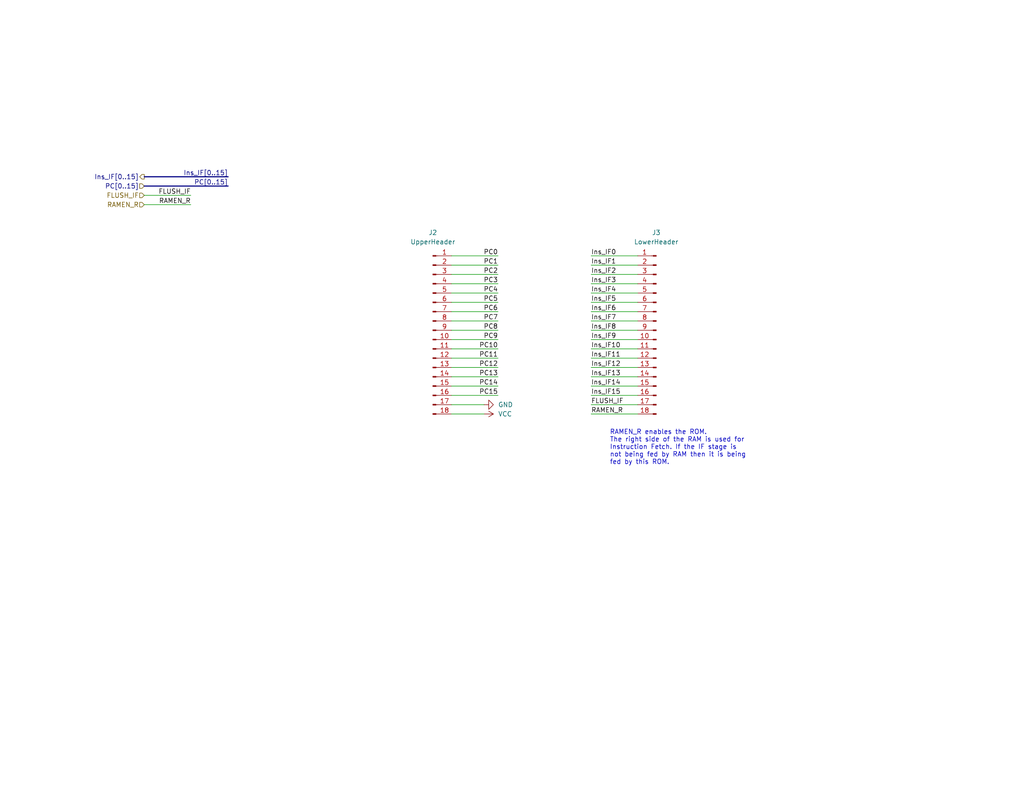
<source format=kicad_sch>
(kicad_sch (version 20250114) (generator "eeschema") (generator_version "9.0")
  (paper "USLetter")
  (title_block (date "2023-11-25") (rev "A"))
  (lib_symbols
    (symbol "Connector:Conn_01x18_Pin" (pin_names (offset 1.016) (hide yes))
      (property "Reference" "J" (at 0 22.86 0))
      (property "Value" "Conn_01x18_Pin" (at 0 -25.4 0))
      (symbol "Conn_01x18_Pin_1_1"
        (rectangle (start 0.8636 20.447) (end 0 20.193) (stroke (width 0.1524)) (fill (type outline)))
        (rectangle (start 0.8636 17.907) (end 0 17.653) (stroke (width 0.1524)) (fill (type outline)))
        (rectangle (start 0.8636 15.367) (end 0 15.113) (stroke (width 0.1524)) (fill (type outline)))
        (rectangle (start 0.8636 12.827) (end 0 12.573) (stroke (width 0.1524)) (fill (type outline)))
        (rectangle (start 0.8636 10.287) (end 0 10.033) (stroke (width 0.1524)) (fill (type outline)))
        (rectangle (start 0.8636 7.747) (end 0 7.493) (stroke (width 0.1524)) (fill (type outline)))
        (rectangle (start 0.8636 5.207) (end 0 4.953) (stroke (width 0.1524)) (fill (type outline)))
        (rectangle (start 0.8636 2.667) (end 0 2.413) (stroke (width 0.1524)) (fill (type outline)))
        (rectangle (start 0.8636 0.127) (end 0 -0.127) (stroke (width 0.1524)) (fill (type outline)))
        (rectangle (start 0.8636 -2.413) (end 0 -2.667) (stroke (width 0.1524)) (fill (type outline)))
        (rectangle (start 0.8636 -4.953) (end 0 -5.207) (stroke (width 0.1524)) (fill (type outline)))
        (rectangle (start 0.8636 -7.493) (end 0 -7.747) (stroke (width 0.1524)) (fill (type outline)))
        (rectangle (start 0.8636 -10.033) (end 0 -10.287) (stroke (width 0.1524)) (fill (type outline)))
        (rectangle (start 0.8636 -12.573) (end 0 -12.827) (stroke (width 0.1524)) (fill (type outline)))
        (rectangle (start 0.8636 -15.113) (end 0 -15.367) (stroke (width 0.1524)) (fill (type outline)))
        (rectangle (start 0.8636 -17.653) (end 0 -17.907) (stroke (width 0.1524)) (fill (type outline)))
        (rectangle (start 0.8636 -20.193) (end 0 -20.447) (stroke (width 0.1524)) (fill (type outline)))
        (rectangle (start 0.8636 -22.733) (end 0 -22.987) (stroke (width 0.1524)) (fill (type outline)))
        (polyline (pts (xy 1.27 20.32) (xy 0.8636 20.32)) (stroke (width 0.1524)))
        (polyline (pts (xy 1.27 17.78) (xy 0.8636 17.78)) (stroke (width 0.1524)))
        (polyline (pts (xy 1.27 15.24) (xy 0.8636 15.24)) (stroke (width 0.1524)))
        (polyline (pts (xy 1.27 12.7) (xy 0.8636 12.7)) (stroke (width 0.1524)))
        (polyline (pts (xy 1.27 10.16) (xy 0.8636 10.16)) (stroke (width 0.1524)))
        (polyline (pts (xy 1.27 7.62) (xy 0.8636 7.62)) (stroke (width 0.1524)))
        (polyline (pts (xy 1.27 5.08) (xy 0.8636 5.08)) (stroke (width 0.1524)))
        (polyline (pts (xy 1.27 2.54) (xy 0.8636 2.54)) (stroke (width 0.1524)))
        (polyline (pts (xy 1.27 0) (xy 0.8636 0)) (stroke (width 0.1524)))
        (polyline (pts (xy 1.27 -2.54) (xy 0.8636 -2.54)) (stroke (width 0.1524)))
        (polyline (pts (xy 1.27 -5.08) (xy 0.8636 -5.08)) (stroke (width 0.1524)))
        (polyline (pts (xy 1.27 -7.62) (xy 0.8636 -7.62)) (stroke (width 0.1524)))
        (polyline (pts (xy 1.27 -10.16) (xy 0.8636 -10.16)) (stroke (width 0.1524)))
        (polyline (pts (xy 1.27 -12.7) (xy 0.8636 -12.7)) (stroke (width 0.1524)))
        (polyline (pts (xy 1.27 -15.24) (xy 0.8636 -15.24)) (stroke (width 0.1524)))
        (polyline (pts (xy 1.27 -17.78) (xy 0.8636 -17.78)) (stroke (width 0.1524)))
        (polyline (pts (xy 1.27 -20.32) (xy 0.8636 -20.32)) (stroke (width 0.1524)))
        (polyline (pts (xy 1.27 -22.86) (xy 0.8636 -22.86)) (stroke (width 0.1524)))
        (pin passive line (at 5.08 20.32 180) (length 3.81) (name "Pin_1") (number "1"))
        (pin passive line (at 5.08 17.78 180) (length 3.81) (name "Pin_2") (number "2"))
        (pin passive line (at 5.08 15.24 180) (length 3.81) (name "Pin_3") (number "3"))
        (pin passive line (at 5.08 12.7 180) (length 3.81) (name "Pin_4") (number "4"))
        (pin passive line (at 5.08 10.16 180) (length 3.81) (name "Pin_5") (number "5"))
        (pin passive line (at 5.08 7.62 180) (length 3.81) (name "Pin_6") (number "6"))
        (pin passive line (at 5.08 5.08 180) (length 3.81) (name "Pin_7") (number "7"))
        (pin passive line (at 5.08 2.54 180) (length 3.81) (name "Pin_8") (number "8"))
        (pin passive line (at 5.08 0 180) (length 3.81) (name "Pin_9") (number "9"))
        (pin passive line (at 5.08 -2.54 180) (length 3.81) (name "Pin_10") (number "10"))
        (pin passive line (at 5.08 -5.08 180) (length 3.81) (name "Pin_11") (number "11"))
        (pin passive line (at 5.08 -7.62 180) (length 3.81) (name "Pin_12") (number "12"))
        (pin passive line (at 5.08 -10.16 180) (length 3.81) (name "Pin_13") (number "13"))
        (pin passive line (at 5.08 -12.7 180) (length 3.81) (name "Pin_14") (number "14"))
        (pin passive line (at 5.08 -15.24 180) (length 3.81) (name "Pin_15") (number "15"))
        (pin passive line (at 5.08 -17.78 180) (length 3.81) (name "Pin_16") (number "16"))
        (pin passive line (at 5.08 -20.32 180) (length 3.81) (name "Pin_17") (number "17"))
        (pin passive line (at 5.08 -22.86 180) (length 3.81) (name "Pin_18") (number "18"))
      )
    )
    (symbol "power:GND" (power) (pin_names (offset 0))
      (property "Value" "GND" (at 0 -3.81 0))
      (symbol "GND_0_1"
        (polyline (pts (xy 0 0) (xy 0 -1.27) (xy 1.27 -1.27) (xy 0 -2.54) (xy -1.27 -1.27) (xy 0 -1.27)))
      )
      (symbol "GND_1_1"
        (pin power_in line (at 0 0 270) (length 0) (hide yes) (name "GND") (number "1"))
      )
    )
    (symbol "power:VCC" (power) (pin_names (offset 0))
      (property "Value" "VCC" (at 0 3.81 0))
      (symbol "VCC_0_1"
        (polyline (pts (xy -0.762 1.27) (xy 0 2.54)))
        (polyline (pts (xy 0 2.54) (xy 0.762 1.27)))
        (polyline (pts (xy 0 0) (xy 0 2.54)))
      )
      (symbol "VCC_1_1"
        (pin power_in line (at 0 0 90) (length 0) (hide yes) (name "VCC") (number "1"))
      )
    )
  )
  (text "RAMEN_R enables the ROM.\nThe right side of the RAM is used for\nInstruction Fetch. If the IF stage is\nnot being fed by RAM then it is being\nfed by this ROM." (at 166.37 127 0) (effects (font (size 1.27 1.27)) (justify left bottom)))
  (wire (pts (xy 135.89 77.47) (xy 123.19 77.47)))
  (wire (pts (xy 161.29 69.85) (xy 173.99 69.85)))
  (wire (pts (xy 161.29 72.39) (xy 173.99 72.39)))
  (wire (pts (xy 161.29 74.93) (xy 173.99 74.93)))
  (wire (pts (xy 161.29 107.95) (xy 173.99 107.95)))
  (wire (pts (xy 161.29 110.49) (xy 173.99 110.49)))
  (wire (pts (xy 161.29 77.47) (xy 173.99 77.47)))
  (wire (pts (xy 135.89 92.71) (xy 123.19 92.71)))
  (wire (pts (xy 161.29 105.41) (xy 173.99 105.41)))
  (wire (pts (xy 135.89 72.39) (xy 123.19 72.39)))
  (wire (pts (xy 161.29 80.01) (xy 173.99 80.01)))
  (wire (pts (xy 135.89 80.01) (xy 123.19 80.01)))
  (wire (pts (xy 161.29 95.25) (xy 173.99 95.25)))
  (wire (pts (xy 135.89 105.41) (xy 123.19 105.41)))
  (bus (pts (xy 39.37 50.8) (xy 62.23 50.8)))
  (wire (pts (xy 161.29 92.71) (xy 173.99 92.71)))
  (wire (pts (xy 52.07 53.34) (xy 39.37 53.34)))
  (wire (pts (xy 161.29 113.03) (xy 173.99 113.03)))
  (wire (pts (xy 135.89 100.33) (xy 123.19 100.33)))
  (bus (pts (xy 39.37 48.26) (xy 62.23 48.26)))
  (wire (pts (xy 161.29 100.33) (xy 173.99 100.33)))
  (wire (pts (xy 135.89 74.93) (xy 123.19 74.93)))
  (wire (pts (xy 123.19 113.03) (xy 132.08 113.03)))
  (wire (pts (xy 135.89 102.87) (xy 123.19 102.87)))
  (wire (pts (xy 161.29 85.09) (xy 173.99 85.09)))
  (wire (pts (xy 161.29 102.87) (xy 173.99 102.87)))
  (wire (pts (xy 123.19 110.49) (xy 132.08 110.49)))
  (wire (pts (xy 135.89 82.55) (xy 123.19 82.55)))
  (wire (pts (xy 135.89 69.85) (xy 123.19 69.85)))
  (wire (pts (xy 52.07 55.88) (xy 39.37 55.88)))
  (wire (pts (xy 135.89 97.79) (xy 123.19 97.79)))
  (wire (pts (xy 135.89 95.25) (xy 123.19 95.25)))
  (wire (pts (xy 161.29 87.63) (xy 173.99 87.63)))
  (wire (pts (xy 135.89 85.09) (xy 123.19 85.09)))
  (wire (pts (xy 161.29 82.55) (xy 173.99 82.55)))
  (wire (pts (xy 161.29 90.17) (xy 173.99 90.17)))
  (wire (pts (xy 161.29 97.79) (xy 173.99 97.79)))
  (wire (pts (xy 135.89 107.95) (xy 123.19 107.95)))
  (wire (pts (xy 135.89 87.63) (xy 123.19 87.63)))
  (wire (pts (xy 135.89 90.17) (xy 123.19 90.17)))
  (label "PC1" (at 135.89 72.39 180))
  (label "PC12" (at 135.89 100.33 180))
  (label "Ins_IF11" (at 161.29 97.79 0))
  (label "PC9" (at 135.89 92.71 180))
  (label "PC2" (at 135.89 74.93 180))
  (label "PC[0..15]" (at 62.23 50.8 180))
  (label "Ins_IF5" (at 161.29 82.55 0))
  (label "PC7" (at 135.89 87.63 180))
  (label "PC4" (at 135.89 80.01 180))
  (label "Ins_IF[0..15]" (at 62.23 48.26 180))
  (label "RAMEN_R" (at 52.07 55.88 180))
  (label "Ins_IF14" (at 161.29 105.41 0))
  (label "FLUSH_IF" (at 52.07 53.34 180))
  (label "PC3" (at 135.89 77.47 180))
  (label "Ins_IF13" (at 161.29 102.87 0))
  (label "FLUSH_IF" (at 161.29 110.49 0))
  (label "PC8" (at 135.89 90.17 180))
  (label "PC14" (at 135.89 105.41 180))
  (label "PC13" (at 135.89 102.87 180))
  (label "Ins_IF6" (at 161.29 85.09 0))
  (label "Ins_IF1" (at 161.29 72.39 0))
  (label "PC6" (at 135.89 85.09 180))
  (label "Ins_IF7" (at 161.29 87.63 0))
  (label "Ins_IF0" (at 161.29 69.85 0))
  (label "Ins_IF8" (at 161.29 90.17 0))
  (label "RAMEN_R" (at 161.29 113.03 0))
  (label "Ins_IF9" (at 161.29 92.71 0))
  (label "PC10" (at 135.89 95.25 180))
  (label "PC11" (at 135.89 97.79 180))
  (label "PC5" (at 135.89 82.55 180))
  (label "Ins_IF3" (at 161.29 77.47 0))
  (label "Ins_IF15" (at 161.29 107.95 0))
  (label "Ins_IF2" (at 161.29 74.93 0))
  (label "PC15" (at 135.89 107.95 180))
  (label "Ins_IF4" (at 161.29 80.01 0))
  (label "Ins_IF12" (at 161.29 100.33 0))
  (label "Ins_IF10" (at 161.29 95.25 0))
  (label "PC0" (at 135.89 69.85 180))
  (hierarchical_label "RAMEN_R" (shape input) (at 39.37 55.88 180))
  (hierarchical_label "Ins_IF[0..15]" (shape output) (at 39.37 48.26 180))
  (hierarchical_label "PC[0..15]" (shape input) (at 39.37 50.8 180))
  (hierarchical_label "FLUSH_IF" (shape input) (at 39.37 53.34 180))
  (symbol (lib_id "Connector:Conn_01x18_Pin") (at 118.11 90.17 0) (unit 1)
    (property "Reference" "J2" (at 118.11 63.5 0))
    (property "Value" "UpperHeader" (at 118.11 66.04 0))
    (property "Footprint" "Connector_PinHeader_2.54mm:PinHeader_1x18_P2.54mm_Vertical" (effects (hide yes)))
  )
  (symbol (lib_id "power:GND") (at 132.08 110.49 90) (unit 1)
    (property "Reference" "#PWR0120" (effects (hide yes)))
    (property "Value" "GND" (at 135.89 110.49 90) (effects (justify right)))
  )
  (symbol (lib_id "Connector:Conn_01x18_Pin") (at 179.07 90.17 0) (mirror y) (unit 1)
    (property "Reference" "J3" (at 179.07 63.5 0))
    (property "Value" "LowerHeader" (at 179.07 66.04 0))
    (property "Footprint" "Connector_PinHeader_2.54mm:PinHeader_1x18_P2.54mm_Vertical" (effects (hide yes)))
  )
  (symbol (lib_id "power:VCC") (at 132.08 113.03 270) (unit 1)
    (property "Reference" "#PWR0121" (effects (hide yes)))
    (property "Value" "VCC" (at 135.89 113.03 90) (effects (justify left)))
  )
)
</source>
